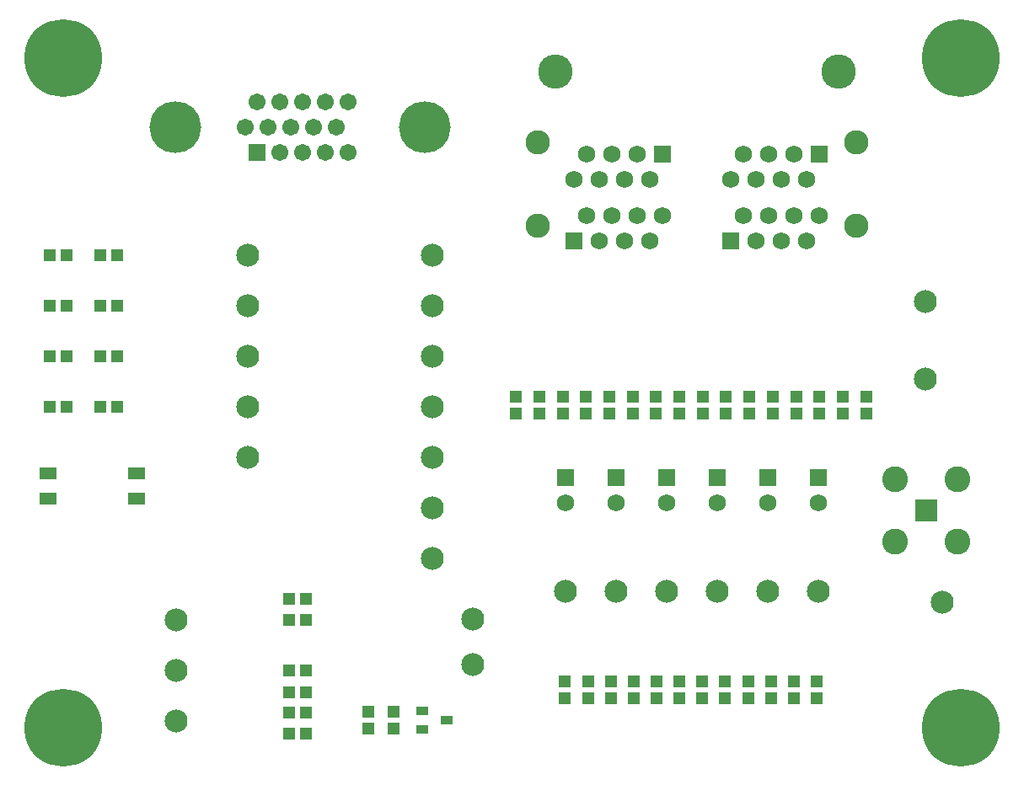
<source format=gts>
G04*
G04 #@! TF.GenerationSoftware,Altium Limited,Altium Designer,19.1.8 (144)*
G04*
G04 Layer_Color=8388736*
%FSLAX25Y25*%
%MOIN*%
G70*
G01*
G75*
%ADD16R,0.04540X0.04540*%
%ADD17R,0.04540X0.04540*%
%ADD18R,0.06706X0.05131*%
%ADD19R,0.04737X0.03359*%
%ADD20C,0.09068*%
%ADD21C,0.13595*%
%ADD22C,0.09658*%
%ADD23C,0.06800*%
%ADD24R,0.06800X0.06800*%
%ADD25C,0.06706*%
%ADD26R,0.06706X0.06706*%
%ADD27C,0.20485*%
%ADD28C,0.03800*%
%ADD29C,0.30800*%
%ADD30R,0.08674X0.08674*%
%ADD31C,0.10249*%
%ADD32R,0.06800X0.06800*%
D16*
X238000Y123846D02*
D03*
Y117154D02*
D03*
X435000Y241653D02*
D03*
Y248346D02*
D03*
X425767Y241653D02*
D03*
Y248346D02*
D03*
X416533Y241653D02*
D03*
Y248346D02*
D03*
X407300Y241653D02*
D03*
Y248346D02*
D03*
X398067Y241653D02*
D03*
Y248346D02*
D03*
X388833Y241653D02*
D03*
Y248346D02*
D03*
X379600Y241653D02*
D03*
Y248346D02*
D03*
X370367Y241653D02*
D03*
Y248346D02*
D03*
X351900Y241653D02*
D03*
Y248346D02*
D03*
X342667Y241653D02*
D03*
Y248346D02*
D03*
X333433Y241653D02*
D03*
Y248346D02*
D03*
X324200Y241653D02*
D03*
Y248346D02*
D03*
X314967Y241653D02*
D03*
Y248346D02*
D03*
X296500Y241653D02*
D03*
Y248346D02*
D03*
X305733Y241653D02*
D03*
Y248346D02*
D03*
X361133Y241653D02*
D03*
Y248346D02*
D03*
X248244Y117034D02*
D03*
Y123726D02*
D03*
X406380Y128941D02*
D03*
Y135634D02*
D03*
X388289Y128941D02*
D03*
Y135634D02*
D03*
X370198Y128941D02*
D03*
Y135634D02*
D03*
X352107Y128941D02*
D03*
Y135634D02*
D03*
X415425Y128941D02*
D03*
Y135634D02*
D03*
X397334Y128941D02*
D03*
Y135634D02*
D03*
X379243Y128941D02*
D03*
Y135634D02*
D03*
X361152Y128941D02*
D03*
Y135634D02*
D03*
X343061Y128941D02*
D03*
Y135634D02*
D03*
X334016Y128941D02*
D03*
Y135634D02*
D03*
X324971Y128941D02*
D03*
Y135634D02*
D03*
X315925Y128941D02*
D03*
Y135634D02*
D03*
D17*
X206653Y115000D02*
D03*
X213347D02*
D03*
Y123500D02*
D03*
X206653D02*
D03*
Y131500D02*
D03*
X213347D02*
D03*
Y140000D02*
D03*
X206653D02*
D03*
Y168500D02*
D03*
X213347D02*
D03*
Y160000D02*
D03*
X206653D02*
D03*
X132153Y304500D02*
D03*
X138847D02*
D03*
X118846D02*
D03*
X112153D02*
D03*
X132153Y284500D02*
D03*
X138847D02*
D03*
X118846D02*
D03*
X112153D02*
D03*
X132153Y264500D02*
D03*
X138847D02*
D03*
X118846D02*
D03*
X112153D02*
D03*
X132153Y244500D02*
D03*
X138847D02*
D03*
X118846D02*
D03*
X112153D02*
D03*
D18*
X111480Y208000D02*
D03*
X146520D02*
D03*
X111480Y218000D02*
D03*
X146520D02*
D03*
D19*
X268969Y120380D02*
D03*
X259520Y116640D02*
D03*
Y124120D02*
D03*
D20*
X279500Y160500D02*
D03*
X458500Y286000D02*
D03*
X465000Y167000D02*
D03*
X416000Y171500D02*
D03*
X396000D02*
D03*
X376000D02*
D03*
X356000D02*
D03*
X336000D02*
D03*
X316000D02*
D03*
X458500Y255500D02*
D03*
X279500Y142500D02*
D03*
X190500Y224500D02*
D03*
X263500Y184500D02*
D03*
X162000Y160000D02*
D03*
Y140000D02*
D03*
Y120000D02*
D03*
X190500Y244500D02*
D03*
Y264500D02*
D03*
Y284500D02*
D03*
Y304500D02*
D03*
X263500Y204500D02*
D03*
Y224500D02*
D03*
Y244500D02*
D03*
Y264500D02*
D03*
Y284500D02*
D03*
Y304500D02*
D03*
D21*
X312000Y377000D02*
D03*
X424000D02*
D03*
D22*
X431000Y316000D02*
D03*
Y349000D02*
D03*
X305000D02*
D03*
Y316000D02*
D03*
D23*
X329500Y310000D02*
D03*
X339500D02*
D03*
X349500D02*
D03*
X354500Y320000D02*
D03*
X344500D02*
D03*
X334500D02*
D03*
X324500D02*
D03*
Y344500D02*
D03*
X334500D02*
D03*
X344500D02*
D03*
X319500Y334500D02*
D03*
X349500D02*
D03*
X339500D02*
D03*
X329500D02*
D03*
X391500Y310000D02*
D03*
X401500D02*
D03*
X411500D02*
D03*
X416500Y320000D02*
D03*
X406500D02*
D03*
X396500D02*
D03*
X386500D02*
D03*
Y344500D02*
D03*
X396500D02*
D03*
X406500D02*
D03*
X411500Y334500D02*
D03*
X401500D02*
D03*
X381500D02*
D03*
X391500D02*
D03*
X336000Y206500D02*
D03*
X316000D02*
D03*
X376000D02*
D03*
X356000D02*
D03*
X416000D02*
D03*
X396000D02*
D03*
D24*
X319500Y310000D02*
D03*
X354500Y344500D02*
D03*
X381500Y310000D02*
D03*
X416500Y344500D02*
D03*
D25*
X194095Y365000D02*
D03*
X203071D02*
D03*
X212047D02*
D03*
X221024D02*
D03*
X230000D02*
D03*
X203071Y345000D02*
D03*
X212047D02*
D03*
X221024D02*
D03*
X230000D02*
D03*
X225512Y355000D02*
D03*
X216535D02*
D03*
X207559D02*
D03*
X198583D02*
D03*
X189606D02*
D03*
D26*
X194173Y345158D02*
D03*
D27*
X161929Y355000D02*
D03*
X260315D02*
D03*
D28*
X482342Y388405D02*
D03*
X478406Y372657D02*
D03*
X462657Y376594D02*
D03*
X478406Y392342D02*
D03*
X482342Y376594D02*
D03*
X466595Y372657D02*
D03*
Y392342D02*
D03*
X462657Y388405D02*
D03*
X461250Y382500D02*
D03*
X472500Y371250D02*
D03*
X483750Y382500D02*
D03*
X472500Y393750D02*
D03*
X127342Y388405D02*
D03*
X123406Y372657D02*
D03*
X107658Y376594D02*
D03*
X123406Y392342D02*
D03*
X127342Y376594D02*
D03*
X111594Y372657D02*
D03*
Y392342D02*
D03*
X107658Y388405D02*
D03*
X106250Y382500D02*
D03*
X117500Y371250D02*
D03*
X128750Y382500D02*
D03*
X117500Y393750D02*
D03*
X482342Y123406D02*
D03*
X478406Y107658D02*
D03*
X462657Y111594D02*
D03*
X478406Y127342D02*
D03*
X482342Y111594D02*
D03*
X466595Y107658D02*
D03*
Y127342D02*
D03*
X462657Y123406D02*
D03*
X461250Y117500D02*
D03*
X472500Y106250D02*
D03*
X483750Y117500D02*
D03*
X472500Y128750D02*
D03*
X127342Y123406D02*
D03*
X123406Y107658D02*
D03*
X107658Y111594D02*
D03*
X123406Y127342D02*
D03*
X127342Y111594D02*
D03*
X111594Y107658D02*
D03*
Y127342D02*
D03*
X107658Y123406D02*
D03*
X106250Y117500D02*
D03*
X117500Y106250D02*
D03*
X128750Y117500D02*
D03*
X117500Y128750D02*
D03*
D29*
X472500Y382500D02*
D03*
X117500D02*
D03*
X472500Y117500D02*
D03*
X117500D02*
D03*
D30*
X458677Y203323D02*
D03*
D31*
X446354Y215646D02*
D03*
X471000D02*
D03*
Y191000D02*
D03*
X446354D02*
D03*
D32*
X336000Y216500D02*
D03*
X316000D02*
D03*
X376000D02*
D03*
X356000D02*
D03*
X416000D02*
D03*
X396000D02*
D03*
M02*

</source>
